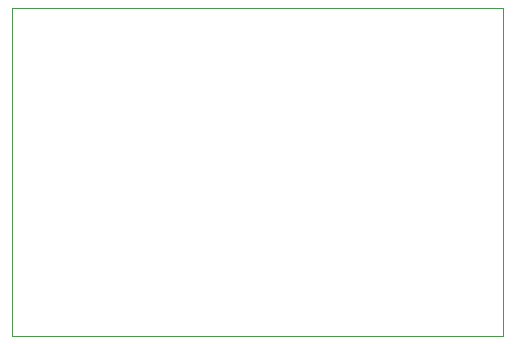
<source format=gbr>
G04*
G04 #@! TF.GenerationSoftware,Altium Limited,Altium Designer,25.8.1 (18)*
G04*
G04 Layer_Color=0*
%FSLAX25Y25*%
%MOIN*%
G70*
G04*
G04 #@! TF.SameCoordinates,42E29172-AB17-4D01-AB3A-1E57205C25AC*
G04*
G04*
G04 #@! TF.FilePolarity,Positive*
G04*
G01*
G75*
%ADD55C,0.00100*%
D55*
X0Y0D02*
X163386D01*
Y109133D01*
X0D01*
Y0D01*
M02*

</source>
